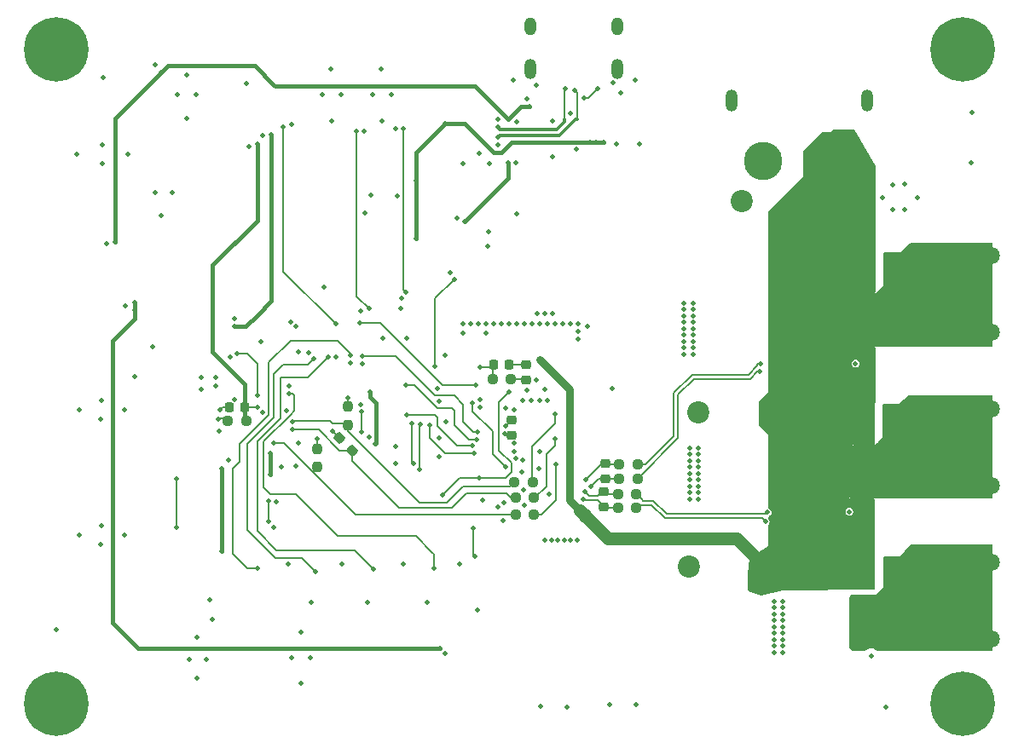
<source format=gbl>
G04 #@! TF.GenerationSoftware,KiCad,Pcbnew,8.0.0*
G04 #@! TF.CreationDate,2024-02-25T15:40:58-08:00*
G04 #@! TF.ProjectId,BLDC_Motor Controller,424c4443-5f4d-46f7-946f-7220436f6e74,rev01_1*
G04 #@! TF.SameCoordinates,Original*
G04 #@! TF.FileFunction,Copper,L4,Bot*
G04 #@! TF.FilePolarity,Positive*
%FSLAX46Y46*%
G04 Gerber Fmt 4.6, Leading zero omitted, Abs format (unit mm)*
G04 Created by KiCad (PCBNEW 8.0.0) date 2024-02-25 15:40:58*
%MOMM*%
%LPD*%
G01*
G04 APERTURE LIST*
G04 Aperture macros list*
%AMRoundRect*
0 Rectangle with rounded corners*
0 $1 Rounding radius*
0 $2 $3 $4 $5 $6 $7 $8 $9 X,Y pos of 4 corners*
0 Add a 4 corners polygon primitive as box body*
4,1,4,$2,$3,$4,$5,$6,$7,$8,$9,$2,$3,0*
0 Add four circle primitives for the rounded corners*
1,1,$1+$1,$2,$3*
1,1,$1+$1,$4,$5*
1,1,$1+$1,$6,$7*
1,1,$1+$1,$8,$9*
0 Add four rect primitives between the rounded corners*
20,1,$1+$1,$2,$3,$4,$5,0*
20,1,$1+$1,$4,$5,$6,$7,0*
20,1,$1+$1,$6,$7,$8,$9,0*
20,1,$1+$1,$8,$9,$2,$3,0*%
G04 Aperture macros list end*
G04 #@! TA.AperFunction,ComponentPad*
%ADD10C,1.800000*%
G04 #@! TD*
G04 #@! TA.AperFunction,ComponentPad*
%ADD11C,2.200000*%
G04 #@! TD*
G04 #@! TA.AperFunction,ComponentPad*
%ADD12O,1.200000X1.800000*%
G04 #@! TD*
G04 #@! TA.AperFunction,ComponentPad*
%ADD13O,1.200000X2.000000*%
G04 #@! TD*
G04 #@! TA.AperFunction,ComponentPad*
%ADD14C,0.800000*%
G04 #@! TD*
G04 #@! TA.AperFunction,ComponentPad*
%ADD15C,6.400000*%
G04 #@! TD*
G04 #@! TA.AperFunction,ComponentPad*
%ADD16C,3.800000*%
G04 #@! TD*
G04 #@! TA.AperFunction,ComponentPad*
%ADD17O,1.200000X2.200000*%
G04 #@! TD*
G04 #@! TA.AperFunction,SMDPad,CuDef*
%ADD18RoundRect,0.225000X0.250000X-0.225000X0.250000X0.225000X-0.250000X0.225000X-0.250000X-0.225000X0*%
G04 #@! TD*
G04 #@! TA.AperFunction,SMDPad,CuDef*
%ADD19RoundRect,0.225000X0.225000X0.250000X-0.225000X0.250000X-0.225000X-0.250000X0.225000X-0.250000X0*%
G04 #@! TD*
G04 #@! TA.AperFunction,SMDPad,CuDef*
%ADD20RoundRect,0.237500X-0.237500X0.250000X-0.237500X-0.250000X0.237500X-0.250000X0.237500X0.250000X0*%
G04 #@! TD*
G04 #@! TA.AperFunction,SMDPad,CuDef*
%ADD21RoundRect,0.237500X-0.250000X-0.237500X0.250000X-0.237500X0.250000X0.237500X-0.250000X0.237500X0*%
G04 #@! TD*
G04 #@! TA.AperFunction,SMDPad,CuDef*
%ADD22RoundRect,0.237500X-0.344715X0.008839X0.008839X-0.344715X0.344715X-0.008839X-0.008839X0.344715X0*%
G04 #@! TD*
G04 #@! TA.AperFunction,SMDPad,CuDef*
%ADD23RoundRect,0.237500X0.250000X0.237500X-0.250000X0.237500X-0.250000X-0.237500X0.250000X-0.237500X0*%
G04 #@! TD*
G04 #@! TA.AperFunction,SMDPad,CuDef*
%ADD24RoundRect,0.225000X-0.250000X0.225000X-0.250000X-0.225000X0.250000X-0.225000X0.250000X0.225000X0*%
G04 #@! TD*
G04 #@! TA.AperFunction,ViaPad*
%ADD25C,0.508000*%
G04 #@! TD*
G04 #@! TA.AperFunction,Conductor*
%ADD26C,0.381000*%
G04 #@! TD*
G04 #@! TA.AperFunction,Conductor*
%ADD27C,0.304800*%
G04 #@! TD*
G04 #@! TA.AperFunction,Conductor*
%ADD28C,0.203200*%
G04 #@! TD*
G04 #@! TA.AperFunction,Conductor*
%ADD29C,1.270000*%
G04 #@! TD*
G04 #@! TA.AperFunction,Conductor*
%ADD30C,0.762000*%
G04 #@! TD*
G04 APERTURE END LIST*
D10*
X258150000Y-132290000D03*
X258150000Y-124670000D03*
X255610000Y-132290000D03*
X255610000Y-124670000D03*
X253070000Y-132290000D03*
X253070000Y-124670000D03*
X250530000Y-132290000D03*
X250530000Y-124670000D03*
D11*
X236552172Y-140221411D03*
X229052299Y-140221411D03*
D12*
X212423895Y-101895850D03*
D13*
X212423895Y-106095748D03*
D12*
X221074137Y-101895850D03*
D13*
X221074137Y-106095748D03*
D14*
X162960000Y-104200000D03*
X163662944Y-102502944D03*
X163662944Y-105897056D03*
X165360000Y-101800000D03*
D15*
X165360000Y-104200000D03*
D14*
X165360000Y-106600000D03*
X167057056Y-102502944D03*
X167057056Y-105897056D03*
X167760000Y-104200000D03*
X162960000Y-169200000D03*
X163662944Y-167502944D03*
X163662944Y-170897056D03*
X165360000Y-166800000D03*
D15*
X165360000Y-169200000D03*
D14*
X165360000Y-171600000D03*
X167057056Y-167502944D03*
X167057056Y-170897056D03*
X167760000Y-169200000D03*
X252960000Y-169200000D03*
X253662944Y-167502944D03*
X253662944Y-170897056D03*
X255360000Y-166800000D03*
D15*
X255360000Y-169200000D03*
D14*
X255360000Y-171600000D03*
X257057056Y-167502944D03*
X257057056Y-170897056D03*
X257760000Y-169200000D03*
D10*
X250530000Y-155150000D03*
X250530000Y-162770000D03*
X253070000Y-155150000D03*
X253070000Y-162770000D03*
X255610000Y-155150000D03*
X255610000Y-162770000D03*
X258150000Y-155150000D03*
X258150000Y-162770000D03*
D14*
X252960000Y-104200000D03*
X253662944Y-102502944D03*
X253662944Y-105897056D03*
X255360000Y-101800000D03*
D15*
X255360000Y-104200000D03*
D14*
X255360000Y-106600000D03*
X257057056Y-102502944D03*
X257057056Y-105897056D03*
X257760000Y-104200000D03*
D16*
X235500152Y-115260292D03*
X242700051Y-115260292D03*
D17*
X245850165Y-109260292D03*
X232350038Y-109260292D03*
D10*
X250530000Y-139910000D03*
X250530000Y-147530000D03*
X253070000Y-139910000D03*
X253070000Y-147530000D03*
X255610000Y-139910000D03*
X255610000Y-147530000D03*
X258150000Y-139910000D03*
X258150000Y-147530000D03*
D18*
X210566000Y-142507000D03*
X210566000Y-140957000D03*
D19*
X184036000Y-139700000D03*
X182486000Y-139700000D03*
D20*
X191262000Y-143867500D03*
X191262000Y-145692500D03*
D21*
X210923500Y-148717000D03*
X212748500Y-148717000D03*
D11*
X235663172Y-155561589D03*
X228163299Y-155561589D03*
D21*
X221083500Y-149733000D03*
X222908500Y-149733000D03*
D19*
X210325000Y-135509000D03*
X208775000Y-135509000D03*
D21*
X210923500Y-150368000D03*
X212748500Y-150368000D03*
D20*
X194310000Y-139676500D03*
X194310000Y-141501500D03*
D21*
X221083500Y-148336000D03*
X222908500Y-148336000D03*
D22*
X193410765Y-142737765D03*
X194701235Y-144028235D03*
D21*
X221210500Y-145415000D03*
X223035500Y-145415000D03*
D23*
X210462500Y-136906000D03*
X208637500Y-136906000D03*
D24*
X211963000Y-135488355D03*
X211963000Y-137038355D03*
D11*
X240870172Y-119239589D03*
X233370299Y-119239589D03*
D21*
X210796500Y-147193000D03*
X212621500Y-147193000D03*
D24*
X219710000Y-148069000D03*
X219710000Y-149619000D03*
X219837000Y-145275000D03*
X219837000Y-146825000D03*
D23*
X184173500Y-141097000D03*
X182348500Y-141097000D03*
D21*
X221210500Y-146812000D03*
X223035500Y-146812000D03*
D25*
X205359000Y-155321000D03*
X212090000Y-138049000D03*
X213868000Y-137922000D03*
X212979000Y-137033000D03*
X214249000Y-148336000D03*
X213233000Y-145796000D03*
X213360000Y-144145000D03*
X209677000Y-151003000D03*
X211836000Y-149479000D03*
X211709000Y-147955000D03*
X211582000Y-146177000D03*
X204470000Y-126365000D03*
X173101000Y-130048000D03*
X206883000Y-154559000D03*
X218948000Y-113411000D03*
X186563000Y-146431000D03*
X203708000Y-148463000D03*
X196977000Y-143383000D03*
X181737000Y-154051000D03*
X207318593Y-146758325D03*
X203962000Y-111506000D03*
X206756000Y-151765000D03*
X186563000Y-144272000D03*
X201041003Y-122936003D03*
X201041000Y-117221000D03*
X210312000Y-138176000D03*
X218313000Y-113411000D03*
X219710000Y-113411000D03*
X181737000Y-145796000D03*
X196469000Y-138176000D03*
X214122000Y-131445000D03*
X179324000Y-162560000D03*
X212598000Y-131445000D03*
X229108000Y-143764000D03*
X210312000Y-131445000D03*
X209914064Y-139852725D03*
X185784875Y-140253281D03*
X188171999Y-140081000D03*
X212979000Y-107696000D03*
X189611000Y-167132000D03*
X244696402Y-135393216D03*
X175767996Y-120650000D03*
X208153000Y-123698000D03*
X209168999Y-149606000D03*
X178308000Y-106680000D03*
X222885000Y-169291000D03*
X207137000Y-159893000D03*
X169770650Y-151489481D03*
X199057043Y-112051571D03*
X229108000Y-146939000D03*
X167640000Y-152451446D03*
X236601000Y-160274000D03*
X199517000Y-129921000D03*
X220980000Y-113538000D03*
X204026407Y-141124505D03*
X170307000Y-123444000D03*
X178308000Y-110998000D03*
X172085000Y-139954000D03*
X214643003Y-114794997D03*
X197621550Y-106129182D03*
X256159000Y-115443000D03*
X191897000Y-127762000D03*
X215773000Y-152908000D03*
X229108000Y-146304000D03*
X194573702Y-135323572D03*
X196363003Y-142679413D03*
X210820000Y-144145000D03*
X237490000Y-164084000D03*
X192659000Y-111252000D03*
X181428163Y-140900248D03*
X213360000Y-131445000D03*
X189369053Y-143256000D03*
X220599000Y-107442000D03*
X237490000Y-160274000D03*
X213868000Y-152908000D03*
X248350686Y-120123624D03*
X250825000Y-118872000D03*
X169737462Y-140893624D03*
X182463525Y-145008721D03*
X170012000Y-106934000D03*
X195580000Y-130175000D03*
X222849421Y-107198554D03*
X214503000Y-152908000D03*
X174879000Y-133731000D03*
X181482998Y-142112996D03*
X229108000Y-145034000D03*
X181610000Y-139954000D03*
X177368376Y-108650461D03*
X227670000Y-131274000D03*
X213296500Y-139065000D03*
X189362711Y-134207093D03*
X208280000Y-122301000D03*
X207352184Y-114477969D03*
X188585299Y-131300237D03*
X220555637Y-137838830D03*
X217170000Y-131445000D03*
X236601000Y-162814000D03*
X246244371Y-164424330D03*
X185685395Y-133186484D03*
X229108000Y-145669000D03*
X211074000Y-131445000D03*
X197729479Y-132847052D03*
X213868000Y-130429000D03*
X205740000Y-131445000D03*
X188459844Y-137631585D03*
X214884000Y-131445000D03*
X227670000Y-130004000D03*
X229108000Y-148844000D03*
X203897500Y-134581683D03*
X237490000Y-162179000D03*
X228219000Y-147574000D03*
X172466000Y-114554000D03*
X237490000Y-159004000D03*
X229108000Y-147574000D03*
X214630000Y-111252000D03*
X229108000Y-148209000D03*
X249555000Y-120071035D03*
X216027000Y-169504000D03*
X214122000Y-139065000D03*
X193103061Y-134711282D03*
X183017563Y-138937239D03*
X218059000Y-131699000D03*
X228559000Y-132544000D03*
X220265235Y-169249892D03*
X213407235Y-169462892D03*
X227670000Y-133814000D03*
X178518536Y-164794163D03*
X196596000Y-118618000D03*
X203142826Y-137882483D03*
X175133000Y-105664000D03*
X237490000Y-160909000D03*
X208788000Y-131445000D03*
X173101000Y-136652000D03*
X203327001Y-142748000D03*
X237490000Y-161544000D03*
X229108000Y-144399000D03*
X228559000Y-134449000D03*
X210693000Y-107188000D03*
X228219000Y-146304000D03*
X228219000Y-144399000D03*
X196221714Y-159106205D03*
X185776028Y-112727348D03*
X195580000Y-139446000D03*
X208337998Y-115512002D03*
X248350686Y-117618079D03*
X197672996Y-111252000D03*
X228559000Y-133814000D03*
X211074000Y-120523000D03*
X188722000Y-111633000D03*
X198987931Y-145279572D03*
X211836000Y-131445000D03*
X210963689Y-144843565D03*
X169770650Y-139043481D03*
X217012994Y-114109500D03*
X167343182Y-114605446D03*
X223266000Y-113535000D03*
X187706000Y-145669000D03*
X180797815Y-160793921D03*
X209200894Y-113625463D03*
X236601000Y-159004000D03*
X205710033Y-115487892D03*
X190627000Y-159131000D03*
X210947000Y-115443000D03*
X227670000Y-133179000D03*
X244076500Y-150114000D03*
X188700481Y-164620350D03*
X214630000Y-130429000D03*
X237490000Y-159639000D03*
X211600594Y-145017745D03*
X212471000Y-139065000D03*
X167640000Y-140005446D03*
X211645500Y-139065000D03*
X195707000Y-135382000D03*
X189103000Y-145542000D03*
X228219000Y-145669000D03*
X203360238Y-139125133D03*
X207264000Y-131445000D03*
X176846632Y-118363999D03*
X165354000Y-161798000D03*
X237490000Y-162814000D03*
X208026000Y-131445000D03*
X228559000Y-130639000D03*
X175133000Y-118380676D03*
X192786000Y-142113000D03*
X182996098Y-130893020D03*
X203962000Y-164211000D03*
X203322036Y-144610272D03*
X182626000Y-134747000D03*
X228219000Y-143764000D03*
X186875854Y-151633274D03*
X198987931Y-143628572D03*
X191719376Y-108650461D03*
X236601000Y-164084000D03*
X207391014Y-138938000D03*
X207391000Y-139700000D03*
X236601000Y-163449000D03*
X212090000Y-109093000D03*
X217170000Y-132968999D03*
X210820000Y-139954000D03*
X189103000Y-131699000D03*
X228219000Y-148209000D03*
X187198000Y-149098000D03*
X198583515Y-108683650D03*
X217170000Y-132207000D03*
X179324000Y-166624000D03*
X172212000Y-129667000D03*
X213106000Y-130429000D03*
X189611000Y-162052000D03*
X184242318Y-107592017D03*
X180530355Y-158890844D03*
X217043000Y-152908000D03*
X209804000Y-149225000D03*
X247359500Y-118872000D03*
X228219000Y-145034000D03*
X227670000Y-129369000D03*
X228559000Y-129369000D03*
X194310000Y-138811000D03*
X180263624Y-164780539D03*
X193675000Y-155321000D03*
X172085000Y-152400000D03*
X216408000Y-152908000D03*
X215138000Y-152908000D03*
X227670000Y-132544000D03*
X181186499Y-136779000D03*
X195984500Y-120396000D03*
X196733372Y-108650461D03*
X191262000Y-142875000D03*
X236601000Y-162179000D03*
X200110900Y-132859295D03*
X210820000Y-143319500D03*
X221402000Y-108458000D03*
X169897650Y-113643481D03*
X228559000Y-131274000D03*
X247728292Y-169519405D03*
X216408000Y-131445000D03*
X181172359Y-137599183D03*
X195849053Y-112271228D03*
X169737462Y-153339624D03*
X206502000Y-131445000D03*
X205740000Y-132334000D03*
X228559000Y-130004000D03*
X179714701Y-136796763D03*
X256286000Y-110417337D03*
X190550624Y-164653539D03*
X228559000Y-133179000D03*
X236601000Y-159639000D03*
X236601000Y-160909000D03*
X192607554Y-106129182D03*
X209550000Y-131445000D03*
X184435360Y-113848491D03*
X215646000Y-131445000D03*
X228219000Y-146939000D03*
X205105000Y-120904000D03*
X228559000Y-131909000D03*
X199229505Y-118701736D03*
X236601000Y-161544000D03*
X216408000Y-110490000D03*
X237490000Y-163449000D03*
X199771000Y-155321000D03*
X169864462Y-115493624D03*
X209169000Y-111125000D03*
X208026000Y-132334000D03*
X207616280Y-148959699D03*
X227670000Y-134449000D03*
X179740572Y-137915069D03*
X228219000Y-148844000D03*
X179218519Y-108683650D03*
X199644000Y-128904001D03*
X193569519Y-108683650D03*
X249555000Y-117565490D03*
X227670000Y-131909000D03*
X188341000Y-155321000D03*
X211074000Y-111379000D03*
X227670000Y-130639000D03*
X202184000Y-159131000D03*
X190428266Y-134293091D03*
X183261000Y-134366000D03*
X186690000Y-112649000D03*
X185293000Y-138557000D03*
X183007000Y-131699000D03*
X187833000Y-111887000D03*
X193059164Y-131464164D03*
X207391000Y-135763000D03*
X209865864Y-142379131D03*
X209931000Y-141605000D03*
X240878000Y-127337000D03*
X239171554Y-153577806D03*
X239989000Y-138640000D03*
X246339000Y-126067000D03*
X213868000Y-135509000D03*
X238211000Y-139910000D03*
X243418000Y-127464000D03*
X239171554Y-154847806D03*
X239100000Y-139275000D03*
X240878000Y-138640000D03*
X243418000Y-138640000D03*
X244942000Y-157563000D03*
X240878000Y-124162000D03*
X246339000Y-157563000D03*
X239989000Y-127337000D03*
X238211000Y-123527000D03*
X238282554Y-153577806D03*
X239100000Y-127337000D03*
X240949554Y-156117806D03*
X240878000Y-139910000D03*
X238211000Y-141815000D03*
X217551000Y-150876000D03*
X240878000Y-140545000D03*
X240878000Y-141815000D03*
X240060554Y-155482806D03*
X239989000Y-124162000D03*
X246339000Y-123400000D03*
X239989000Y-141180000D03*
X238211000Y-126067000D03*
X239100000Y-124797000D03*
X240949554Y-157387806D03*
X239100000Y-138640000D03*
X244815000Y-156166000D03*
X239989000Y-125432000D03*
X240949554Y-156752806D03*
X240949554Y-154212806D03*
X240878000Y-125432000D03*
X243418000Y-139910000D03*
X244815000Y-154769000D03*
X239989000Y-139910000D03*
X239989000Y-126702000D03*
X244815000Y-139910000D03*
X240060554Y-154847806D03*
X240878000Y-126067000D03*
X239100000Y-123527000D03*
X244815000Y-123400000D03*
X238282554Y-154847806D03*
X240060554Y-154212806D03*
X240949554Y-154847806D03*
X239989000Y-140545000D03*
X239171554Y-156117806D03*
X240878000Y-124797000D03*
X246339000Y-139910000D03*
X246339000Y-138640000D03*
X243418000Y-142704000D03*
X244942000Y-142704000D03*
X239100000Y-141815000D03*
X238211000Y-124162000D03*
X239100000Y-139910000D03*
X238282554Y-156117806D03*
X239100000Y-126067000D03*
X239989000Y-123527000D03*
X238211000Y-139275000D03*
X238282554Y-154212806D03*
X239171554Y-157387806D03*
X238211000Y-127337000D03*
X240878000Y-141180000D03*
X240878000Y-123527000D03*
X243418000Y-156166000D03*
X243418000Y-153499000D03*
X239171554Y-154212806D03*
X213360000Y-135001000D03*
X214376000Y-136017000D03*
X243418000Y-123400000D03*
X239989000Y-142450000D03*
X244815000Y-153499000D03*
X240060554Y-156117806D03*
X246339000Y-154769000D03*
X238282554Y-156752806D03*
X239100000Y-125432000D03*
X240949554Y-155482806D03*
X244815000Y-138640000D03*
X246339000Y-153499000D03*
X239171554Y-156752806D03*
X238211000Y-142450000D03*
X239171554Y-155482806D03*
X240060554Y-153577806D03*
X238282554Y-155482806D03*
X244942000Y-127464000D03*
X243418000Y-157563000D03*
X244815000Y-126067000D03*
X243418000Y-141307000D03*
X240949554Y-153577806D03*
X246339000Y-142704000D03*
X217297000Y-149987000D03*
X238282554Y-157387806D03*
X238211000Y-126702000D03*
X239100000Y-126702000D03*
X243418000Y-126067000D03*
X244815000Y-124670000D03*
X239100000Y-141180000D03*
X218186000Y-150114000D03*
X239100000Y-142450000D03*
X244815000Y-141307000D03*
X239989000Y-124797000D03*
X238211000Y-125432000D03*
X239989000Y-126067000D03*
X239989000Y-139275000D03*
X246339000Y-124670000D03*
X214884000Y-136525000D03*
X238211000Y-124797000D03*
X240060554Y-157387806D03*
X238211000Y-138640000D03*
X240878000Y-142450000D03*
X239100000Y-124162000D03*
X239100000Y-140545000D03*
X243418000Y-154769000D03*
X240878000Y-126702000D03*
X243418000Y-124670000D03*
X246339000Y-156166000D03*
X246339000Y-141307000D03*
X246339000Y-127464000D03*
X240060554Y-156752806D03*
X240878000Y-139275000D03*
X238211000Y-141180000D03*
X239989000Y-141815000D03*
X238211000Y-140545000D03*
X214889522Y-140366577D03*
X214877665Y-142891473D03*
X214925031Y-145372974D03*
X204851000Y-127000000D03*
X202946000Y-135636000D03*
X217791804Y-148134250D03*
X217649975Y-148865105D03*
X217932000Y-146939000D03*
X218440000Y-147574012D03*
X173101000Y-129286000D03*
X205854000Y-121252000D03*
X212344000Y-109855000D03*
X210185000Y-111125000D03*
X171196000Y-123317000D03*
X175768000Y-106426000D03*
X210185000Y-115443000D03*
X203454000Y-163703000D03*
X185293000Y-113538000D03*
X185293000Y-139700000D03*
X195135192Y-112265958D03*
X196368000Y-129947000D03*
X200025000Y-128269992D03*
X199808408Y-112010875D03*
X195630275Y-142168893D03*
X195634911Y-140188151D03*
X186408175Y-151040942D03*
X186410063Y-149015678D03*
X251565833Y-130429000D03*
X256561165Y-130429000D03*
X251565833Y-127762000D03*
X245831000Y-128988000D03*
X256561165Y-126365000D03*
X250317000Y-126365000D03*
X257810000Y-129159000D03*
X245958000Y-133052000D03*
X244434000Y-130258000D03*
X245831000Y-131655000D03*
X244434000Y-131655000D03*
X244434000Y-133052000D03*
X257810000Y-127762000D03*
X251565833Y-129159000D03*
X252814666Y-130429000D03*
X256561165Y-129159000D03*
X247355000Y-131655000D03*
X251565833Y-126365000D03*
X254063499Y-127762000D03*
X257810000Y-130429000D03*
X250317000Y-127762000D03*
X252814666Y-127762000D03*
X250317000Y-129159000D03*
X254063499Y-130429000D03*
X257810000Y-126365000D03*
X255312332Y-129159000D03*
X254063499Y-126365000D03*
X245831000Y-130258000D03*
X255312332Y-130429000D03*
X254063499Y-129159000D03*
X255312332Y-127762000D03*
X252814666Y-126365000D03*
X255312332Y-126365000D03*
X256561165Y-127762000D03*
X247355000Y-130258000D03*
X244434000Y-128988000D03*
X252814666Y-129159000D03*
X250317000Y-130429000D03*
X247355000Y-128988000D03*
X247355000Y-133052000D03*
X250317000Y-145796000D03*
X256561165Y-145796000D03*
X255312332Y-145796000D03*
X250317000Y-141732000D03*
X256561165Y-143129000D03*
X245958000Y-145117000D03*
X256561165Y-144526000D03*
X247482000Y-143847000D03*
X257810000Y-144526000D03*
X251565833Y-145796000D03*
X244561000Y-145117000D03*
X252814666Y-145796000D03*
X252814666Y-141732000D03*
X244561000Y-143847000D03*
X254063499Y-141732000D03*
X247482000Y-145117000D03*
X246085000Y-147911000D03*
X255312332Y-143129000D03*
X244561000Y-146514000D03*
X245958000Y-143847000D03*
X255312332Y-144526000D03*
X256561165Y-141732000D03*
X251565833Y-143129000D03*
X257810000Y-141732000D03*
X257810000Y-145796000D03*
X252814666Y-144526000D03*
X257810000Y-143129000D03*
X252814666Y-143129000D03*
X250317000Y-144526000D03*
X244561000Y-147911000D03*
X251565833Y-144526000D03*
X247482000Y-146514000D03*
X247482000Y-147911000D03*
X255312332Y-141732000D03*
X250317000Y-143129000D03*
X254063499Y-144526000D03*
X251565833Y-141732000D03*
X254063499Y-143129000D03*
X245958000Y-146514000D03*
X254063499Y-145796000D03*
X247482000Y-158833000D03*
X254190499Y-156845000D03*
X252941666Y-158242000D03*
X251692833Y-159639000D03*
X256688165Y-158242000D03*
X244561000Y-160103000D03*
X255439332Y-159639000D03*
X247482000Y-160103000D03*
X247482000Y-161500000D03*
X245958000Y-161500000D03*
X254190499Y-160909000D03*
X246085000Y-162897000D03*
X255439332Y-158242000D03*
X256688165Y-160909000D03*
X257937000Y-158242000D03*
X250444000Y-160909000D03*
X251692833Y-160909000D03*
X250444000Y-158242000D03*
X256688165Y-156845000D03*
X251692833Y-158242000D03*
X254190499Y-159639000D03*
X254190499Y-158242000D03*
X252941666Y-156845000D03*
X244561000Y-161500000D03*
X257937000Y-160909000D03*
X245958000Y-160103000D03*
X256688165Y-159639000D03*
X257937000Y-156845000D03*
X257937000Y-159639000D03*
X247482000Y-162897000D03*
X251692833Y-156845000D03*
X255439332Y-156845000D03*
X250444000Y-156845000D03*
X244561000Y-162897000D03*
X244561000Y-158833000D03*
X245958000Y-158833000D03*
X252941666Y-160909000D03*
X255439332Y-160909000D03*
X252941666Y-159639000D03*
X250444000Y-159639000D03*
X219075000Y-108077000D03*
X217763456Y-108997438D03*
X209169000Y-111912400D03*
X215900000Y-108077000D03*
X216789000Y-108204000D03*
X209185361Y-112868344D03*
X177292000Y-146812000D03*
X177292000Y-151638000D03*
X206665853Y-139326764D03*
X209947674Y-145629755D03*
X186943000Y-143256000D03*
X188738749Y-141959877D03*
X188770921Y-141145921D03*
X235970387Y-150169320D03*
X235263707Y-135382000D03*
X196840775Y-155829000D03*
X192348358Y-134749872D03*
X190878965Y-134876741D03*
X191066716Y-156079914D03*
X194563195Y-134561642D03*
X185271809Y-155702000D03*
X202819000Y-155702000D03*
X188447939Y-138383481D03*
X195453000Y-131318000D03*
X207010000Y-137541000D03*
X195707000Y-134619997D03*
X207165615Y-142205282D03*
X200059378Y-137503600D03*
X207051239Y-142958652D03*
X206616081Y-143538407D03*
X200152000Y-140462000D03*
X202437527Y-141482471D03*
X206791642Y-144279910D03*
X200787000Y-145287990D03*
X200660000Y-141351000D03*
X201422000Y-145923000D03*
X201436796Y-141455560D03*
X235165133Y-136144000D03*
X235768774Y-151104967D03*
D26*
X205867000Y-111506000D02*
X203962000Y-111506000D01*
X208788000Y-114427000D02*
X205867000Y-111506000D01*
X209550000Y-114427000D02*
X208788000Y-114427000D01*
X210566000Y-113411000D02*
X209550000Y-114427000D01*
X219710000Y-113411000D02*
X210566000Y-113411000D01*
D27*
X210820000Y-112687100D02*
X210816447Y-112690653D01*
X215258992Y-112687100D02*
X210820000Y-112687100D01*
X216878802Y-111067290D02*
X215258992Y-112687100D01*
X217043000Y-111067290D02*
X216878802Y-111067290D01*
X210592885Y-112106453D02*
X209363053Y-112106453D01*
X215773000Y-111346908D02*
X215017008Y-112102900D01*
X209363053Y-112690653D02*
X209185361Y-112868344D01*
X215773000Y-111125000D02*
X215773000Y-111346908D01*
X209363053Y-112106453D02*
X209169000Y-111912400D01*
X215017008Y-112102900D02*
X210596438Y-112102900D01*
X210596438Y-112102900D02*
X210592885Y-112106453D01*
X210816447Y-112690653D02*
X209363053Y-112690653D01*
D28*
X215773000Y-108204000D02*
X215900000Y-108077000D01*
X215773000Y-111125000D02*
X215773000Y-108204000D01*
X210532937Y-146160499D02*
X209935111Y-146758325D01*
X210532937Y-145254937D02*
X210532937Y-146160499D01*
X209296000Y-139192000D02*
X209296000Y-144018000D01*
X209296000Y-144018000D02*
X210532937Y-145254937D01*
X209935111Y-146758325D02*
X207318593Y-146758325D01*
X210312000Y-138176000D02*
X209296000Y-139192000D01*
X208661000Y-142113000D02*
X206665853Y-140117853D01*
X206665853Y-140117853D02*
X206665853Y-139326764D01*
X208661000Y-144343081D02*
X208661000Y-142113000D01*
X209947674Y-145629755D02*
X208661000Y-144343081D01*
X209993733Y-142507000D02*
X210566000Y-142507000D01*
X209865864Y-142379131D02*
X209993733Y-142507000D01*
X223857764Y-145415000D02*
X223035500Y-145415000D01*
X226642721Y-142630043D02*
X223857764Y-145415000D01*
X226642721Y-138288543D02*
X226642721Y-142630043D01*
X228447301Y-136483963D02*
X226642721Y-138288543D01*
X234950000Y-135569264D02*
X234035301Y-136483963D01*
X234950000Y-135382000D02*
X234950000Y-135569264D01*
X234035301Y-136483963D02*
X228447301Y-136483963D01*
X235263707Y-135382000D02*
X234950000Y-135382000D01*
X223523000Y-145415000D02*
X223035500Y-145415000D01*
X217763083Y-148978213D02*
X217649975Y-148865105D01*
X219069213Y-148978213D02*
X217763083Y-148978213D01*
X219710000Y-149619000D02*
X219069213Y-148978213D01*
X223191500Y-149450000D02*
X222908500Y-149733000D01*
X224442800Y-149450000D02*
X223191500Y-149450000D01*
X225762088Y-150769288D02*
X224442800Y-149450000D01*
X235768774Y-151104967D02*
X235433095Y-150769288D01*
X235433095Y-150769288D02*
X225762088Y-150769288D01*
X218222946Y-148565392D02*
X217791804Y-148134250D01*
X219099608Y-148565392D02*
X218222946Y-148565392D01*
X219329000Y-148336000D02*
X219099608Y-148565392D01*
X219837000Y-148336000D02*
X219329000Y-148336000D01*
X205412675Y-146758325D02*
X207318593Y-146758325D01*
X203708000Y-148463000D02*
X205412675Y-146758325D01*
X205133407Y-143538407D02*
X206616081Y-143538407D01*
X203200000Y-140716000D02*
X203200000Y-141605000D01*
X202437527Y-142747527D02*
X203969910Y-144279910D01*
X202946000Y-140462000D02*
X203200000Y-140716000D01*
X202437527Y-141482471D02*
X202437527Y-142747527D01*
X203200000Y-141605000D02*
X205133407Y-143538407D01*
X200152000Y-140462000D02*
X202946000Y-140462000D01*
X203969910Y-144279910D02*
X206791642Y-144279910D01*
X219456000Y-145415000D02*
X217932000Y-146939000D01*
X221210500Y-145415000D02*
X219456000Y-145415000D01*
X219202012Y-146812000D02*
X218440000Y-147574012D01*
X221210500Y-146812000D02*
X219202012Y-146812000D01*
X194701235Y-145044235D02*
X194701235Y-144028235D01*
X204597000Y-149733000D02*
X199390000Y-149733000D01*
X206031833Y-148298167D02*
X204597000Y-149733000D01*
X210436000Y-148717000D02*
X210017167Y-148298167D01*
X210017167Y-148298167D02*
X206031833Y-148298167D01*
X199390000Y-149733000D02*
X194701235Y-145044235D01*
X210923500Y-148717000D02*
X210436000Y-148717000D01*
X194935775Y-153924000D02*
X196840775Y-155829000D01*
X185293000Y-152019000D02*
X187198000Y-153924000D01*
X185293000Y-143129000D02*
X185293000Y-152019000D01*
X187579000Y-140843000D02*
X185293000Y-143129000D01*
X187579000Y-136779000D02*
X187579000Y-140843000D01*
X190319230Y-136779000D02*
X187579000Y-136779000D01*
X192348358Y-134749872D02*
X190319230Y-136779000D01*
X187198000Y-153924000D02*
X194935775Y-153924000D01*
X189672802Y-154686000D02*
X191066716Y-156079914D01*
X187071000Y-154686000D02*
X189672802Y-154686000D01*
X184277000Y-143383000D02*
X184277000Y-151892000D01*
X187867119Y-135474881D02*
X186944000Y-136398000D01*
X190878965Y-134876741D02*
X190280825Y-135474881D01*
X184277000Y-151892000D02*
X187071000Y-154686000D01*
X186944000Y-140716000D02*
X184277000Y-143383000D01*
X190280825Y-135474881D02*
X187867119Y-135474881D01*
X186944000Y-136398000D02*
X186944000Y-140716000D01*
D26*
X184071537Y-137462537D02*
X184071537Y-140812610D01*
X180848000Y-134239000D02*
X184071537Y-137462537D01*
X185293000Y-121158000D02*
X180848000Y-125603000D01*
X185293000Y-113538000D02*
X185293000Y-121158000D01*
X180848000Y-125603000D02*
X180848000Y-134239000D01*
D28*
X185293000Y-139700000D02*
X184036000Y-139700000D01*
X182880000Y-145796000D02*
X182880000Y-154305000D01*
X183515000Y-143383000D02*
X186436000Y-140462000D01*
X184277000Y-155702000D02*
X185271809Y-155702000D01*
X182880000Y-154305000D02*
X184277000Y-155702000D01*
X183451500Y-145224500D02*
X182880000Y-145796000D01*
X183451500Y-145224500D02*
X183515000Y-145161000D01*
X186436000Y-140462000D02*
X186436000Y-139954000D01*
X183515000Y-145161000D02*
X183515000Y-143383000D01*
X213995000Y-147574000D02*
X212852000Y-148717000D01*
X213995000Y-144399000D02*
X213995000Y-147574000D01*
X212852000Y-148717000D02*
X212748500Y-148717000D01*
X214877665Y-143516335D02*
X213995000Y-144399000D01*
X214877665Y-142891473D02*
X214877665Y-143516335D01*
X202946000Y-135636000D02*
X202946000Y-128905000D01*
X202946000Y-128905000D02*
X204851000Y-127000000D01*
X217043000Y-111067290D02*
X217043000Y-108458000D01*
X217043000Y-108458000D02*
X216789000Y-108204000D01*
X187833000Y-126238000D02*
X187833000Y-111887000D01*
X193059164Y-131464164D02*
X187833000Y-126238000D01*
X186408175Y-149017566D02*
X186410063Y-149015678D01*
X186408175Y-151040942D02*
X186408175Y-149017566D01*
D26*
X173101000Y-130937000D02*
X173101000Y-129286000D01*
X170942000Y-161163000D02*
X170942000Y-133096000D01*
X203454000Y-163703000D02*
X173482000Y-163703000D01*
X173482000Y-163703000D02*
X170942000Y-161163000D01*
X170942000Y-133096000D02*
X173101000Y-130937000D01*
X186690000Y-112649000D02*
X186690000Y-129159000D01*
X186690000Y-129159000D02*
X185293000Y-130556000D01*
X185293000Y-130556000D02*
X184150000Y-131699000D01*
X184150000Y-131699000D02*
X183007000Y-131699000D01*
X197104000Y-143256000D02*
X196977000Y-143383000D01*
X203962000Y-111506000D02*
X201041000Y-114427000D01*
X201041000Y-114427000D02*
X201041000Y-117221000D01*
D28*
X206756000Y-154432000D02*
X206883000Y-154559000D01*
D26*
X196469000Y-138684000D02*
X197104000Y-139319000D01*
D28*
X206756000Y-151765000D02*
X206756000Y-154432000D01*
D26*
X181737000Y-145796000D02*
X181737000Y-154051000D01*
X201041000Y-122936000D02*
X201041003Y-122936003D01*
X196469000Y-138176000D02*
X196469000Y-138684000D01*
X197104000Y-139319000D02*
X197104000Y-143256000D01*
X201041000Y-117221000D02*
X201041000Y-122936000D01*
X186563000Y-146431000D02*
X186563000Y-144272000D01*
D28*
X194310000Y-139676500D02*
X194310000Y-138811000D01*
X193410765Y-142737765D02*
X192786000Y-142113000D01*
X182348500Y-140914573D02*
X182348500Y-141097000D01*
X191262000Y-143867500D02*
X191262000Y-142875000D01*
X182348500Y-141097000D02*
X182107880Y-140856380D01*
X181864000Y-139700000D02*
X181610000Y-139954000D01*
X182246537Y-140812610D02*
X182348500Y-140914573D01*
X181472031Y-140856380D02*
X181428163Y-140900248D01*
X182486000Y-139700000D02*
X181864000Y-139700000D01*
X182107880Y-140856380D02*
X181472031Y-140856380D01*
X184277000Y-134366000D02*
X185293000Y-135382000D01*
X185293000Y-135382000D02*
X185293000Y-138557000D01*
X183261000Y-134366000D02*
X184277000Y-134366000D01*
X210325000Y-135509000D02*
X211942355Y-135509000D01*
X211942355Y-135509000D02*
X211963000Y-135488355D01*
X210462500Y-136906000D02*
X211830645Y-136906000D01*
X211830645Y-136906000D02*
X211963000Y-137038355D01*
X208637500Y-135646500D02*
X208775000Y-135509000D01*
X207391000Y-135763000D02*
X208521000Y-135763000D01*
X208637500Y-136906000D02*
X208637500Y-135646500D01*
X208521000Y-135763000D02*
X208775000Y-135509000D01*
X209931000Y-141592000D02*
X210566000Y-140957000D01*
X209931000Y-141605000D02*
X209931000Y-141592000D01*
D29*
X220091000Y-152781000D02*
X217297000Y-149987000D01*
D30*
X216281000Y-148971000D02*
X216281000Y-147955000D01*
X214376000Y-136017000D02*
X213868000Y-135509000D01*
X216281000Y-147955000D02*
X216281000Y-137922000D01*
D29*
X235663172Y-155561589D02*
X232882583Y-152781000D01*
D30*
X214884000Y-136525000D02*
X214376000Y-136017000D01*
X213868000Y-135509000D02*
X213360000Y-135001000D01*
X216281000Y-137922000D02*
X214884000Y-136525000D01*
D29*
X232882583Y-152781000D02*
X220091000Y-152781000D01*
D30*
X217297000Y-149987000D02*
X216281000Y-148971000D01*
D28*
X214889522Y-140366577D02*
X214889522Y-141345478D01*
X212598000Y-143637000D02*
X212598000Y-145415000D01*
X212598000Y-145415000D02*
X212598000Y-147169500D01*
X214889522Y-141345478D02*
X212598000Y-143637000D01*
X212598000Y-147169500D02*
X212621500Y-147193000D01*
X214925031Y-148929969D02*
X213487000Y-150368000D01*
X214925031Y-145372974D02*
X214925031Y-148929969D01*
X213487000Y-150368000D02*
X212748500Y-150368000D01*
X221083500Y-148336000D02*
X219977000Y-148336000D01*
X219977000Y-148336000D02*
X219710000Y-148069000D01*
X221083500Y-149733000D02*
X219824000Y-149733000D01*
X219824000Y-149733000D02*
X219710000Y-149619000D01*
D26*
X210185000Y-115443000D02*
X210185000Y-116921000D01*
X187071000Y-107823000D02*
X186944000Y-107696000D01*
X176403000Y-105791000D02*
X175768000Y-106426000D01*
X175768000Y-106426000D02*
X171196000Y-110998000D01*
X211455000Y-109855000D02*
X210185000Y-111125000D01*
X206883000Y-107823000D02*
X204978000Y-107823000D01*
X204978000Y-107823000D02*
X187071000Y-107823000D01*
X171196000Y-110998000D02*
X171196000Y-114554000D01*
X185039000Y-105791000D02*
X176403000Y-105791000D01*
X171196000Y-114554000D02*
X171196000Y-123317000D01*
X210185000Y-111125000D02*
X206883000Y-107823000D01*
X210185000Y-116921000D02*
X205854000Y-121252000D01*
X212344000Y-109855000D02*
X211455000Y-109855000D01*
X186944000Y-107696000D02*
X185039000Y-105791000D01*
D28*
X195135192Y-128714192D02*
X195135192Y-112265958D01*
X196368000Y-129947000D02*
X195135192Y-128714192D01*
X199808408Y-128053400D02*
X200025000Y-128269992D01*
X199808408Y-112010875D02*
X199808408Y-128053400D01*
X195630275Y-140192787D02*
X195634911Y-140188151D01*
X195630275Y-142168893D02*
X195630275Y-140192787D01*
X217763456Y-108997438D02*
X218154562Y-108997438D01*
X218154562Y-108997438D02*
X219075000Y-108077000D01*
X177292000Y-146812000D02*
X177292000Y-151638000D01*
X210923500Y-150368000D02*
X195072000Y-150368000D01*
X195072000Y-150368000D02*
X187960000Y-143256000D01*
X187960000Y-143256000D02*
X186943000Y-143256000D01*
X191362877Y-141959877D02*
X188738749Y-141959877D01*
X193431235Y-144028235D02*
X191362877Y-141959877D01*
X194701235Y-144028235D02*
X193431235Y-144028235D01*
X199800329Y-147603329D02*
X194310000Y-142113000D01*
X194310000Y-142113000D02*
X194310000Y-141501500D01*
X188819842Y-141097000D02*
X188770921Y-141145921D01*
X205710671Y-147603329D02*
X204114400Y-149199600D01*
X205867000Y-147603329D02*
X205710671Y-147603329D01*
X192786000Y-141351000D02*
X192532000Y-141097000D01*
X201396600Y-149199600D02*
X199800329Y-147603329D01*
X210796500Y-147193000D02*
X210386171Y-147603329D01*
X194310000Y-141501500D02*
X194159500Y-141351000D01*
X210386171Y-147603329D02*
X205867000Y-147603329D01*
X204114400Y-149199600D02*
X201396600Y-149199600D01*
X194159500Y-141351000D02*
X192786000Y-141351000D01*
X192532000Y-141097000D02*
X188819842Y-141097000D01*
X235970387Y-150169320D02*
X235820421Y-150319286D01*
X223564227Y-149000000D02*
X223564227Y-148991727D01*
X223564227Y-148991727D02*
X222908500Y-148336000D01*
X225948486Y-150319286D02*
X224629200Y-149000000D01*
X224629200Y-149000000D02*
X223564227Y-149000000D01*
X235820421Y-150319286D02*
X225948486Y-150319286D01*
X194563195Y-134365195D02*
X194563195Y-134561642D01*
X186436000Y-140497069D02*
X186436000Y-139954000D01*
X186436000Y-139954000D02*
X186436000Y-135255000D01*
X188595000Y-133096000D02*
X193294000Y-133096000D01*
X193294000Y-133096000D02*
X194563195Y-134365195D01*
X186436000Y-135255000D02*
X188595000Y-133096000D01*
X201041000Y-152527000D02*
X202692000Y-154178000D01*
X187452000Y-148336000D02*
X189103000Y-148336000D01*
X188447939Y-138383481D02*
X188802481Y-138383481D01*
X185928000Y-147701000D02*
X186436000Y-148209000D01*
X202692000Y-154178000D02*
X202819000Y-154305000D01*
X188802481Y-138383481D02*
X188976000Y-138557000D01*
X186563000Y-148336000D02*
X187452000Y-148336000D01*
X194310000Y-152527000D02*
X201041000Y-152527000D01*
X188595000Y-140462000D02*
X185928000Y-143129000D01*
X188976000Y-138557000D02*
X188976000Y-140081000D01*
X193294000Y-152527000D02*
X194310000Y-152527000D01*
X202819000Y-154305000D02*
X202819000Y-155702000D01*
X186436000Y-148209000D02*
X186563000Y-148336000D01*
X185928000Y-143764000D02*
X185928000Y-147701000D01*
X191262000Y-150495000D02*
X193294000Y-152527000D01*
X188976000Y-140081000D02*
X188595000Y-140462000D01*
X185928000Y-143129000D02*
X185928000Y-143764000D01*
X189103000Y-148336000D02*
X191262000Y-150495000D01*
X195453000Y-131318000D02*
X197485000Y-131318000D01*
X203708000Y-137541000D02*
X207010000Y-137541000D01*
X197485000Y-131318000D02*
X203708000Y-137541000D01*
X205740000Y-141189282D02*
X205740000Y-139446000D01*
X205740000Y-139446000D02*
X204851000Y-138557000D01*
X204851000Y-138557000D02*
X202946000Y-138557000D01*
X206756000Y-142205282D02*
X205740000Y-141189282D01*
X207165615Y-142205282D02*
X206756000Y-142205282D01*
X202946000Y-138557000D02*
X199008997Y-134619997D01*
X199008997Y-134619997D02*
X195707000Y-134619997D01*
X204597000Y-139827000D02*
X203200000Y-139827000D01*
X207051239Y-142958652D02*
X206331652Y-142958652D01*
X204851000Y-140081000D02*
X204597000Y-139827000D01*
X200876600Y-137503600D02*
X200059378Y-137503600D01*
X206331652Y-142958652D02*
X204851000Y-141478000D01*
X204851000Y-141478000D02*
X204851000Y-140081000D01*
X203200000Y-139827000D02*
X200876600Y-137503600D01*
X200660000Y-141351000D02*
X200660000Y-145160990D01*
X200660000Y-145160990D02*
X200787000Y-145287990D01*
X201422000Y-141470356D02*
X201436796Y-141455560D01*
X201422000Y-145923000D02*
X201422000Y-141470356D01*
X234950000Y-136144000D02*
X235165133Y-136144000D01*
X227049121Y-138456879D02*
X227049121Y-142798379D01*
X234203637Y-136890363D02*
X234950000Y-136144000D01*
X228615637Y-136890363D02*
X227049121Y-138456879D01*
X227049121Y-142798379D02*
X223035500Y-146812000D01*
X234203637Y-136890363D02*
X228615637Y-136890363D01*
G04 #@! TA.AperFunction,Conductor*
G36*
X258269621Y-123420002D02*
G01*
X258316114Y-123473658D01*
X258327500Y-123526000D01*
X258327500Y-133561000D01*
X258307498Y-133629121D01*
X258253842Y-133675614D01*
X258201500Y-133687000D01*
X244367559Y-133687000D01*
X244299438Y-133666998D01*
X244269170Y-133639712D01*
X243826611Y-133086513D01*
X243799675Y-133020824D01*
X243799000Y-133007801D01*
X243799000Y-129047015D01*
X243819002Y-128978894D01*
X243844337Y-128950219D01*
X244525955Y-128382204D01*
X244591092Y-128353960D01*
X244606618Y-128353000D01*
X246720000Y-128353000D01*
X247482000Y-127591000D01*
X247482000Y-124415000D01*
X247502002Y-124346879D01*
X247555658Y-124300386D01*
X247608000Y-124289000D01*
X249132999Y-124289000D01*
X249133000Y-124289000D01*
X250113371Y-123431174D01*
X250177809Y-123401371D01*
X250196343Y-123400000D01*
X258201500Y-123400000D01*
X258269621Y-123420002D01*
G37*
G04 #@! TD.AperFunction*
G04 #@! TA.AperFunction,Conductor*
G36*
X258269621Y-138533002D02*
G01*
X258316114Y-138586658D01*
X258327500Y-138639000D01*
X258327500Y-148674000D01*
X258307498Y-148742121D01*
X258253842Y-148788614D01*
X258201500Y-148800000D01*
X244240559Y-148800000D01*
X244172438Y-148779998D01*
X244142170Y-148752712D01*
X243699611Y-148199513D01*
X243672675Y-148133824D01*
X243672000Y-148120801D01*
X243672000Y-144160015D01*
X243692002Y-144091894D01*
X243717337Y-144063219D01*
X244398955Y-143495204D01*
X244464092Y-143466960D01*
X244479618Y-143466000D01*
X244887661Y-143466000D01*
X244901767Y-143466791D01*
X244942000Y-143471325D01*
X244982232Y-143466791D01*
X244996339Y-143466000D01*
X246284661Y-143466000D01*
X246298767Y-143466791D01*
X246339000Y-143471325D01*
X246379232Y-143466791D01*
X246393339Y-143466000D01*
X246592998Y-143466000D01*
X246593000Y-143466000D01*
X246640850Y-143418149D01*
X246666481Y-143399965D01*
X246665938Y-143399100D01*
X246671926Y-143395337D01*
X246671930Y-143395336D01*
X246817419Y-143303919D01*
X246938919Y-143182419D01*
X247030336Y-143036930D01*
X247030337Y-143036926D01*
X247034100Y-143030938D01*
X247034965Y-143031481D01*
X247053148Y-143005851D01*
X247355000Y-142704000D01*
X247355000Y-139528000D01*
X247375002Y-139459879D01*
X247428658Y-139413386D01*
X247481000Y-139402000D01*
X249005999Y-139402000D01*
X249006000Y-139402000D01*
X249986371Y-138544174D01*
X250050809Y-138514371D01*
X250069343Y-138513000D01*
X258201500Y-138513000D01*
X258269621Y-138533002D01*
G37*
G04 #@! TD.AperFunction*
G04 #@! TA.AperFunction,Conductor*
G36*
X237998000Y-142494000D02*
G01*
X237744000Y-142748000D01*
X236347000Y-142748000D01*
X236052000Y-142453000D01*
X236051999Y-142452998D01*
X235113905Y-141514904D01*
X235079879Y-141452592D01*
X235077000Y-141425809D01*
X235077000Y-139244190D01*
X235097002Y-139176069D01*
X235113900Y-139155099D01*
X236093000Y-138176000D01*
X237998000Y-138176000D01*
X237998000Y-142494000D01*
G37*
G04 #@! TD.AperFunction*
G04 #@! TA.AperFunction,Conductor*
G36*
X244556000Y-112117002D02*
G01*
X244597277Y-112160485D01*
X246085000Y-114764000D01*
X246085004Y-114764006D01*
X246700739Y-115749182D01*
X246719890Y-115816343D01*
X246712043Y-118413752D01*
X246682411Y-128221883D01*
X246662205Y-128289941D01*
X246608409Y-128336271D01*
X246556413Y-128347500D01*
X244606618Y-128347500D01*
X244606363Y-128347507D01*
X244606277Y-128347510D01*
X244590753Y-128348469D01*
X244588906Y-128348913D01*
X244588898Y-128348915D01*
X244523764Y-128377158D01*
X244522437Y-128377976D01*
X243840814Y-128945995D01*
X243840812Y-128945996D01*
X243840228Y-128946563D01*
X243840218Y-128946574D01*
X243814878Y-128975254D01*
X243813724Y-128977344D01*
X243793723Y-129045463D01*
X243793500Y-129047015D01*
X243793500Y-133007807D01*
X243793506Y-133008090D01*
X243794181Y-133021108D01*
X243794181Y-133021109D01*
X243794584Y-133022907D01*
X243794585Y-133022910D01*
X243819405Y-133083437D01*
X243821522Y-133088600D01*
X243822316Y-133089949D01*
X243822320Y-133089955D01*
X244199157Y-133561000D01*
X244264875Y-133643148D01*
X244265487Y-133643797D01*
X244295755Y-133671083D01*
X244297888Y-133672275D01*
X244366009Y-133692277D01*
X244367559Y-133692500D01*
X244367560Y-133692500D01*
X246539503Y-133692500D01*
X246607624Y-133712502D01*
X246654117Y-133766158D01*
X246665501Y-133818880D01*
X246661106Y-135273853D01*
X246636752Y-143334881D01*
X246616545Y-143402941D01*
X246562749Y-143449271D01*
X246510753Y-143460500D01*
X246393327Y-143460500D01*
X246393026Y-143460508D01*
X246378943Y-143461298D01*
X246378613Y-143461326D01*
X246353104Y-143464200D01*
X246324894Y-143464200D01*
X246299385Y-143461326D01*
X246299055Y-143461298D01*
X246284972Y-143460508D01*
X246284673Y-143460500D01*
X246284661Y-143460500D01*
X244996339Y-143460500D01*
X244996327Y-143460500D01*
X244996026Y-143460508D01*
X244981943Y-143461298D01*
X244981613Y-143461326D01*
X244956104Y-143464200D01*
X244927894Y-143464200D01*
X244902385Y-143461326D01*
X244902055Y-143461298D01*
X244887972Y-143460508D01*
X244887673Y-143460500D01*
X244887661Y-143460500D01*
X244479618Y-143460500D01*
X244479363Y-143460507D01*
X244479277Y-143460510D01*
X244463753Y-143461469D01*
X244461906Y-143461913D01*
X244461898Y-143461915D01*
X244396766Y-143490157D01*
X244395440Y-143490974D01*
X244395429Y-143490982D01*
X244368575Y-143513361D01*
X244345119Y-143528829D01*
X244333964Y-143534512D01*
X244333963Y-143534513D01*
X244291869Y-143576608D01*
X244283437Y-143584309D01*
X243713814Y-144058995D01*
X243713812Y-144058996D01*
X243713228Y-144059563D01*
X243713218Y-144059574D01*
X243687878Y-144088254D01*
X243686724Y-144090344D01*
X243666723Y-144158463D01*
X243666500Y-144160015D01*
X243666500Y-148120807D01*
X243666506Y-148121090D01*
X243667181Y-148134108D01*
X243667181Y-148134109D01*
X243667584Y-148135907D01*
X243667585Y-148135910D01*
X243692405Y-148196437D01*
X243694522Y-148201600D01*
X243695316Y-148202949D01*
X243695320Y-148202955D01*
X244072157Y-148674000D01*
X244137875Y-148756148D01*
X244138487Y-148756797D01*
X244168755Y-148784083D01*
X244170888Y-148785275D01*
X244239009Y-148805277D01*
X244240559Y-148805500D01*
X244240560Y-148805500D01*
X246493844Y-148805500D01*
X246561965Y-148825502D01*
X246608458Y-148879158D01*
X246619843Y-148931881D01*
X246593374Y-157693113D01*
X246573167Y-157761173D01*
X246519371Y-157807503D01*
X246469125Y-157818720D01*
X237449003Y-157943999D01*
X235328720Y-158442889D01*
X235257829Y-158439021D01*
X235253066Y-158437226D01*
X234099205Y-157975682D01*
X234043385Y-157931811D01*
X234020144Y-157864726D01*
X234020000Y-157858694D01*
X234020000Y-156298244D01*
X234020435Y-156287780D01*
X234141948Y-154829623D01*
X234167537Y-154763402D01*
X234197615Y-154735256D01*
X236052000Y-153499000D01*
X236052000Y-151413216D01*
X236072002Y-151345095D01*
X236076064Y-151339155D01*
X236081258Y-151332004D01*
X236081261Y-151332002D01*
X236136124Y-151224326D01*
X236155029Y-151104967D01*
X236136124Y-150985608D01*
X236081261Y-150877932D01*
X236081260Y-150877930D01*
X236076062Y-150870775D01*
X236052205Y-150803906D01*
X236052000Y-150796717D01*
X236052000Y-150633115D01*
X236072002Y-150564994D01*
X236120796Y-150520848D01*
X236197422Y-150481807D01*
X236282874Y-150396355D01*
X236337737Y-150288679D01*
X236356642Y-150169320D01*
X236347880Y-150114000D01*
X243690245Y-150114000D01*
X243709150Y-150233359D01*
X243709150Y-150233360D01*
X243709151Y-150233362D01*
X243764013Y-150341036D01*
X243849463Y-150426486D01*
X243849462Y-150426486D01*
X243957137Y-150481348D01*
X243957141Y-150481350D01*
X244076500Y-150500255D01*
X244195859Y-150481350D01*
X244303535Y-150426487D01*
X244388987Y-150341035D01*
X244443850Y-150233359D01*
X244462755Y-150114000D01*
X244443850Y-149994641D01*
X244388987Y-149886965D01*
X244388986Y-149886963D01*
X244303536Y-149801513D01*
X244303537Y-149801513D01*
X244195862Y-149746651D01*
X244195860Y-149746650D01*
X244195859Y-149746650D01*
X244076500Y-149727745D01*
X243957141Y-149746650D01*
X243957139Y-149746650D01*
X243957137Y-149746651D01*
X243849463Y-149801513D01*
X243764013Y-149886963D01*
X243709151Y-149994637D01*
X243709150Y-149994639D01*
X243709150Y-149994641D01*
X243690245Y-150114000D01*
X236347880Y-150114000D01*
X236337737Y-150049961D01*
X236282874Y-149942285D01*
X236282873Y-149942283D01*
X236197424Y-149856834D01*
X236120797Y-149817791D01*
X236069182Y-149769043D01*
X236052000Y-149705524D01*
X236052000Y-142453000D01*
X236347000Y-142748000D01*
X237744000Y-142748000D01*
X237998000Y-142494000D01*
X237998000Y-138176000D01*
X236093000Y-138176000D01*
X236052000Y-138217000D01*
X236052000Y-135393216D01*
X244310147Y-135393216D01*
X244329052Y-135512575D01*
X244329052Y-135512576D01*
X244329053Y-135512578D01*
X244383915Y-135620252D01*
X244469365Y-135705702D01*
X244469364Y-135705702D01*
X244555030Y-135749350D01*
X244577043Y-135760566D01*
X244696402Y-135779471D01*
X244815761Y-135760566D01*
X244923437Y-135705703D01*
X245008889Y-135620251D01*
X245063752Y-135512575D01*
X245082657Y-135393216D01*
X245063752Y-135273857D01*
X245008889Y-135166181D01*
X245008888Y-135166179D01*
X244923438Y-135080729D01*
X244923439Y-135080729D01*
X244815764Y-135025867D01*
X244815762Y-135025866D01*
X244815761Y-135025866D01*
X244696402Y-135006961D01*
X244577043Y-135025866D01*
X244577041Y-135025866D01*
X244577039Y-135025867D01*
X244469365Y-135080729D01*
X244383915Y-135166179D01*
X244329053Y-135273853D01*
X244329052Y-135273855D01*
X244329052Y-135273857D01*
X244310147Y-135393216D01*
X236052000Y-135393216D01*
X236052000Y-120277190D01*
X236072002Y-120209069D01*
X236088905Y-120188095D01*
X239481000Y-116796000D01*
X239481000Y-114308190D01*
X239501002Y-114240069D01*
X239517905Y-114219095D01*
X241349095Y-112387905D01*
X241411407Y-112353879D01*
X241438190Y-112351000D01*
X242274999Y-112351000D01*
X242275000Y-112351000D01*
X242492096Y-112133903D01*
X242554407Y-112099880D01*
X242581190Y-112097000D01*
X244487879Y-112097000D01*
X244556000Y-112117002D01*
G37*
G04 #@! TD.AperFunction*
G04 #@! TA.AperFunction,Conductor*
G36*
X258269621Y-153392002D02*
G01*
X258316114Y-153445658D01*
X258327500Y-153498000D01*
X258327500Y-163787000D01*
X258307498Y-163855121D01*
X258253842Y-163901614D01*
X258201500Y-163913000D01*
X246863569Y-163913000D01*
X246795448Y-163892998D01*
X246774478Y-163876099D01*
X246722790Y-163824411D01*
X246722789Y-163824410D01*
X246722787Y-163824408D01*
X246577304Y-163732995D01*
X246577301Y-163732994D01*
X246415117Y-163676243D01*
X246415115Y-163676242D01*
X246415117Y-163676242D01*
X246244371Y-163657005D01*
X246073626Y-163676242D01*
X245911440Y-163732994D01*
X245911437Y-163732995D01*
X245765954Y-163824408D01*
X245740111Y-163850251D01*
X245714266Y-163876096D01*
X245651957Y-163910120D01*
X245625173Y-163913000D01*
X244374433Y-163913000D01*
X244306312Y-163892998D01*
X244269595Y-163856892D01*
X244074162Y-163563743D01*
X244053018Y-163495968D01*
X244053000Y-163493851D01*
X244053000Y-158744149D01*
X244073002Y-158676028D01*
X244074162Y-158674257D01*
X244269595Y-158381108D01*
X244324024Y-158335523D01*
X244374433Y-158325000D01*
X244887661Y-158325000D01*
X244901767Y-158325791D01*
X244942000Y-158330325D01*
X244982232Y-158325791D01*
X244996339Y-158325000D01*
X246284661Y-158325000D01*
X246298767Y-158325791D01*
X246339000Y-158330325D01*
X246379232Y-158325791D01*
X246393339Y-158325000D01*
X246720000Y-158325000D01*
X247482000Y-157563000D01*
X247482000Y-154641000D01*
X247502002Y-154572879D01*
X247555658Y-154526386D01*
X247608000Y-154515000D01*
X249132999Y-154515000D01*
X249133000Y-154515000D01*
X250111409Y-153414290D01*
X250171616Y-153376665D01*
X250205583Y-153372000D01*
X258201500Y-153372000D01*
X258269621Y-153392002D01*
G37*
G04 #@! TD.AperFunction*
M02*

</source>
